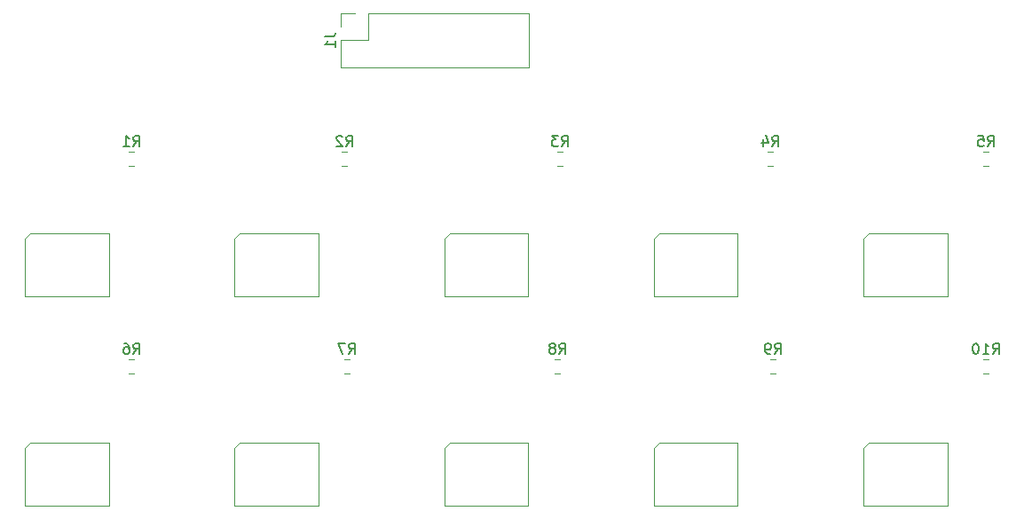
<source format=gbr>
G04 #@! TF.GenerationSoftware,KiCad,Pcbnew,(5.1.2)-2*
G04 #@! TF.CreationDate,2020-11-02T14:54:12+01:00*
G04 #@! TF.ProjectId,MacroBoard,4d616372-6f42-46f6-9172-642e6b696361,rev?*
G04 #@! TF.SameCoordinates,Original*
G04 #@! TF.FileFunction,Legend,Bot*
G04 #@! TF.FilePolarity,Positive*
%FSLAX46Y46*%
G04 Gerber Fmt 4.6, Leading zero omitted, Abs format (unit mm)*
G04 Created by KiCad (PCBNEW (5.1.2)-2) date 2020-11-02 14:54:12*
%MOMM*%
%LPD*%
G04 APERTURE LIST*
%ADD10C,0.120000*%
%ADD11C,0.150000*%
G04 APERTURE END LIST*
D10*
X108897000Y-86410000D02*
X108897000Y-87740000D01*
X110227000Y-86410000D02*
X108897000Y-86410000D01*
X108897000Y-89010000D02*
X108897000Y-91610000D01*
X111497000Y-89010000D02*
X108897000Y-89010000D01*
X111497000Y-86410000D02*
X111497000Y-89010000D01*
X108897000Y-91610000D02*
X126797000Y-91610000D01*
X111497000Y-86410000D02*
X126797000Y-86410000D01*
X126797000Y-86410000D02*
X126797000Y-91610000D01*
X166730000Y-127470000D02*
X166730000Y-133470000D01*
X166730000Y-133470000D02*
X158730000Y-133470000D01*
X158730000Y-133470000D02*
X158730000Y-127970000D01*
X159230000Y-127470000D02*
X166730000Y-127470000D01*
X159230000Y-127470000D02*
X158730000Y-127970000D01*
X146730000Y-127470000D02*
X146730000Y-133470000D01*
X146730000Y-133470000D02*
X138730000Y-133470000D01*
X138730000Y-133470000D02*
X138730000Y-127970000D01*
X139230000Y-127470000D02*
X146730000Y-127470000D01*
X139230000Y-127470000D02*
X138730000Y-127970000D01*
X126730000Y-127470000D02*
X126730000Y-133470000D01*
X126730000Y-133470000D02*
X118730000Y-133470000D01*
X118730000Y-133470000D02*
X118730000Y-127970000D01*
X119230000Y-127470000D02*
X126730000Y-127470000D01*
X119230000Y-127470000D02*
X118730000Y-127970000D01*
X106730000Y-127470000D02*
X106730000Y-133470000D01*
X106730000Y-133470000D02*
X98730000Y-133470000D01*
X98730000Y-133470000D02*
X98730000Y-127970000D01*
X99230000Y-127470000D02*
X106730000Y-127470000D01*
X99230000Y-127470000D02*
X98730000Y-127970000D01*
X86730000Y-127470000D02*
X86730000Y-133470000D01*
X86730000Y-133470000D02*
X78730000Y-133470000D01*
X78730000Y-133470000D02*
X78730000Y-127970000D01*
X79230000Y-127470000D02*
X86730000Y-127470000D01*
X79230000Y-127470000D02*
X78730000Y-127970000D01*
X166730000Y-107470000D02*
X166730000Y-113470000D01*
X166730000Y-113470000D02*
X158730000Y-113470000D01*
X158730000Y-113470000D02*
X158730000Y-107970000D01*
X159230000Y-107470000D02*
X166730000Y-107470000D01*
X159230000Y-107470000D02*
X158730000Y-107970000D01*
X146730000Y-107470000D02*
X146730000Y-113470000D01*
X146730000Y-113470000D02*
X138730000Y-113470000D01*
X138730000Y-113470000D02*
X138730000Y-107970000D01*
X139230000Y-107470000D02*
X146730000Y-107470000D01*
X139230000Y-107470000D02*
X138730000Y-107970000D01*
X126730000Y-107470000D02*
X126730000Y-113470000D01*
X126730000Y-113470000D02*
X118730000Y-113470000D01*
X118730000Y-113470000D02*
X118730000Y-107970000D01*
X119230000Y-107470000D02*
X126730000Y-107470000D01*
X119230000Y-107470000D02*
X118730000Y-107970000D01*
X106730000Y-107470000D02*
X106730000Y-113470000D01*
X106730000Y-113470000D02*
X98730000Y-113470000D01*
X98730000Y-113470000D02*
X98730000Y-107970000D01*
X99230000Y-107470000D02*
X106730000Y-107470000D01*
X99230000Y-107470000D02*
X98730000Y-107970000D01*
X86730000Y-107470000D02*
X86730000Y-113470000D01*
X86730000Y-113470000D02*
X78730000Y-113470000D01*
X78730000Y-113470000D02*
X78730000Y-107970000D01*
X79230000Y-107470000D02*
X86730000Y-107470000D01*
X79230000Y-107470000D02*
X78730000Y-107970000D01*
X109481252Y-99620000D02*
X108958748Y-99620000D01*
X109481252Y-101040000D02*
X108958748Y-101040000D01*
X170686252Y-119432000D02*
X170163748Y-119432000D01*
X170686252Y-120852000D02*
X170163748Y-120852000D01*
X150366252Y-119432000D02*
X149843748Y-119432000D01*
X150366252Y-120852000D02*
X149843748Y-120852000D01*
X129801252Y-119432000D02*
X129278748Y-119432000D01*
X129801252Y-120852000D02*
X129278748Y-120852000D01*
X109726252Y-119432000D02*
X109203748Y-119432000D01*
X109726252Y-120852000D02*
X109203748Y-120852000D01*
X89161252Y-119432000D02*
X88638748Y-119432000D01*
X89161252Y-120852000D02*
X88638748Y-120852000D01*
X170686252Y-99620000D02*
X170163748Y-99620000D01*
X170686252Y-101040000D02*
X170163748Y-101040000D01*
X150121252Y-99620000D02*
X149598748Y-99620000D01*
X150121252Y-101040000D02*
X149598748Y-101040000D01*
X130046252Y-99620000D02*
X129523748Y-99620000D01*
X130046252Y-101040000D02*
X129523748Y-101040000D01*
X89161252Y-99620000D02*
X88638748Y-99620000D01*
X89161252Y-101040000D02*
X88638748Y-101040000D01*
D11*
X107349380Y-88676666D02*
X108063666Y-88676666D01*
X108206523Y-88629047D01*
X108301761Y-88533809D01*
X108349380Y-88390952D01*
X108349380Y-88295714D01*
X108349380Y-89676666D02*
X108349380Y-89105238D01*
X108349380Y-89390952D02*
X107349380Y-89390952D01*
X107492238Y-89295714D01*
X107587476Y-89200476D01*
X107635095Y-89105238D01*
X109386666Y-99132380D02*
X109720000Y-98656190D01*
X109958095Y-99132380D02*
X109958095Y-98132380D01*
X109577142Y-98132380D01*
X109481904Y-98180000D01*
X109434285Y-98227619D01*
X109386666Y-98322857D01*
X109386666Y-98465714D01*
X109434285Y-98560952D01*
X109481904Y-98608571D01*
X109577142Y-98656190D01*
X109958095Y-98656190D01*
X109005714Y-98227619D02*
X108958095Y-98180000D01*
X108862857Y-98132380D01*
X108624761Y-98132380D01*
X108529523Y-98180000D01*
X108481904Y-98227619D01*
X108434285Y-98322857D01*
X108434285Y-98418095D01*
X108481904Y-98560952D01*
X109053333Y-99132380D01*
X108434285Y-99132380D01*
X171067857Y-118944380D02*
X171401190Y-118468190D01*
X171639285Y-118944380D02*
X171639285Y-117944380D01*
X171258333Y-117944380D01*
X171163095Y-117992000D01*
X171115476Y-118039619D01*
X171067857Y-118134857D01*
X171067857Y-118277714D01*
X171115476Y-118372952D01*
X171163095Y-118420571D01*
X171258333Y-118468190D01*
X171639285Y-118468190D01*
X170115476Y-118944380D02*
X170686904Y-118944380D01*
X170401190Y-118944380D02*
X170401190Y-117944380D01*
X170496428Y-118087238D01*
X170591666Y-118182476D01*
X170686904Y-118230095D01*
X169496428Y-117944380D02*
X169401190Y-117944380D01*
X169305952Y-117992000D01*
X169258333Y-118039619D01*
X169210714Y-118134857D01*
X169163095Y-118325333D01*
X169163095Y-118563428D01*
X169210714Y-118753904D01*
X169258333Y-118849142D01*
X169305952Y-118896761D01*
X169401190Y-118944380D01*
X169496428Y-118944380D01*
X169591666Y-118896761D01*
X169639285Y-118849142D01*
X169686904Y-118753904D01*
X169734523Y-118563428D01*
X169734523Y-118325333D01*
X169686904Y-118134857D01*
X169639285Y-118039619D01*
X169591666Y-117992000D01*
X169496428Y-117944380D01*
X150271666Y-118944380D02*
X150605000Y-118468190D01*
X150843095Y-118944380D02*
X150843095Y-117944380D01*
X150462142Y-117944380D01*
X150366904Y-117992000D01*
X150319285Y-118039619D01*
X150271666Y-118134857D01*
X150271666Y-118277714D01*
X150319285Y-118372952D01*
X150366904Y-118420571D01*
X150462142Y-118468190D01*
X150843095Y-118468190D01*
X149795476Y-118944380D02*
X149605000Y-118944380D01*
X149509761Y-118896761D01*
X149462142Y-118849142D01*
X149366904Y-118706285D01*
X149319285Y-118515809D01*
X149319285Y-118134857D01*
X149366904Y-118039619D01*
X149414523Y-117992000D01*
X149509761Y-117944380D01*
X149700238Y-117944380D01*
X149795476Y-117992000D01*
X149843095Y-118039619D01*
X149890714Y-118134857D01*
X149890714Y-118372952D01*
X149843095Y-118468190D01*
X149795476Y-118515809D01*
X149700238Y-118563428D01*
X149509761Y-118563428D01*
X149414523Y-118515809D01*
X149366904Y-118468190D01*
X149319285Y-118372952D01*
X129706666Y-118944380D02*
X130040000Y-118468190D01*
X130278095Y-118944380D02*
X130278095Y-117944380D01*
X129897142Y-117944380D01*
X129801904Y-117992000D01*
X129754285Y-118039619D01*
X129706666Y-118134857D01*
X129706666Y-118277714D01*
X129754285Y-118372952D01*
X129801904Y-118420571D01*
X129897142Y-118468190D01*
X130278095Y-118468190D01*
X129135238Y-118372952D02*
X129230476Y-118325333D01*
X129278095Y-118277714D01*
X129325714Y-118182476D01*
X129325714Y-118134857D01*
X129278095Y-118039619D01*
X129230476Y-117992000D01*
X129135238Y-117944380D01*
X128944761Y-117944380D01*
X128849523Y-117992000D01*
X128801904Y-118039619D01*
X128754285Y-118134857D01*
X128754285Y-118182476D01*
X128801904Y-118277714D01*
X128849523Y-118325333D01*
X128944761Y-118372952D01*
X129135238Y-118372952D01*
X129230476Y-118420571D01*
X129278095Y-118468190D01*
X129325714Y-118563428D01*
X129325714Y-118753904D01*
X129278095Y-118849142D01*
X129230476Y-118896761D01*
X129135238Y-118944380D01*
X128944761Y-118944380D01*
X128849523Y-118896761D01*
X128801904Y-118849142D01*
X128754285Y-118753904D01*
X128754285Y-118563428D01*
X128801904Y-118468190D01*
X128849523Y-118420571D01*
X128944761Y-118372952D01*
X109631666Y-118944380D02*
X109965000Y-118468190D01*
X110203095Y-118944380D02*
X110203095Y-117944380D01*
X109822142Y-117944380D01*
X109726904Y-117992000D01*
X109679285Y-118039619D01*
X109631666Y-118134857D01*
X109631666Y-118277714D01*
X109679285Y-118372952D01*
X109726904Y-118420571D01*
X109822142Y-118468190D01*
X110203095Y-118468190D01*
X109298333Y-117944380D02*
X108631666Y-117944380D01*
X109060238Y-118944380D01*
X89066666Y-118944380D02*
X89400000Y-118468190D01*
X89638095Y-118944380D02*
X89638095Y-117944380D01*
X89257142Y-117944380D01*
X89161904Y-117992000D01*
X89114285Y-118039619D01*
X89066666Y-118134857D01*
X89066666Y-118277714D01*
X89114285Y-118372952D01*
X89161904Y-118420571D01*
X89257142Y-118468190D01*
X89638095Y-118468190D01*
X88209523Y-117944380D02*
X88400000Y-117944380D01*
X88495238Y-117992000D01*
X88542857Y-118039619D01*
X88638095Y-118182476D01*
X88685714Y-118372952D01*
X88685714Y-118753904D01*
X88638095Y-118849142D01*
X88590476Y-118896761D01*
X88495238Y-118944380D01*
X88304761Y-118944380D01*
X88209523Y-118896761D01*
X88161904Y-118849142D01*
X88114285Y-118753904D01*
X88114285Y-118515809D01*
X88161904Y-118420571D01*
X88209523Y-118372952D01*
X88304761Y-118325333D01*
X88495238Y-118325333D01*
X88590476Y-118372952D01*
X88638095Y-118420571D01*
X88685714Y-118515809D01*
X170591666Y-99132380D02*
X170925000Y-98656190D01*
X171163095Y-99132380D02*
X171163095Y-98132380D01*
X170782142Y-98132380D01*
X170686904Y-98180000D01*
X170639285Y-98227619D01*
X170591666Y-98322857D01*
X170591666Y-98465714D01*
X170639285Y-98560952D01*
X170686904Y-98608571D01*
X170782142Y-98656190D01*
X171163095Y-98656190D01*
X169686904Y-98132380D02*
X170163095Y-98132380D01*
X170210714Y-98608571D01*
X170163095Y-98560952D01*
X170067857Y-98513333D01*
X169829761Y-98513333D01*
X169734523Y-98560952D01*
X169686904Y-98608571D01*
X169639285Y-98703809D01*
X169639285Y-98941904D01*
X169686904Y-99037142D01*
X169734523Y-99084761D01*
X169829761Y-99132380D01*
X170067857Y-99132380D01*
X170163095Y-99084761D01*
X170210714Y-99037142D01*
X150026666Y-99132380D02*
X150360000Y-98656190D01*
X150598095Y-99132380D02*
X150598095Y-98132380D01*
X150217142Y-98132380D01*
X150121904Y-98180000D01*
X150074285Y-98227619D01*
X150026666Y-98322857D01*
X150026666Y-98465714D01*
X150074285Y-98560952D01*
X150121904Y-98608571D01*
X150217142Y-98656190D01*
X150598095Y-98656190D01*
X149169523Y-98465714D02*
X149169523Y-99132380D01*
X149407619Y-98084761D02*
X149645714Y-98799047D01*
X149026666Y-98799047D01*
X129951666Y-99132380D02*
X130285000Y-98656190D01*
X130523095Y-99132380D02*
X130523095Y-98132380D01*
X130142142Y-98132380D01*
X130046904Y-98180000D01*
X129999285Y-98227619D01*
X129951666Y-98322857D01*
X129951666Y-98465714D01*
X129999285Y-98560952D01*
X130046904Y-98608571D01*
X130142142Y-98656190D01*
X130523095Y-98656190D01*
X129618333Y-98132380D02*
X128999285Y-98132380D01*
X129332619Y-98513333D01*
X129189761Y-98513333D01*
X129094523Y-98560952D01*
X129046904Y-98608571D01*
X128999285Y-98703809D01*
X128999285Y-98941904D01*
X129046904Y-99037142D01*
X129094523Y-99084761D01*
X129189761Y-99132380D01*
X129475476Y-99132380D01*
X129570714Y-99084761D01*
X129618333Y-99037142D01*
X89066666Y-99132380D02*
X89400000Y-98656190D01*
X89638095Y-99132380D02*
X89638095Y-98132380D01*
X89257142Y-98132380D01*
X89161904Y-98180000D01*
X89114285Y-98227619D01*
X89066666Y-98322857D01*
X89066666Y-98465714D01*
X89114285Y-98560952D01*
X89161904Y-98608571D01*
X89257142Y-98656190D01*
X89638095Y-98656190D01*
X88114285Y-99132380D02*
X88685714Y-99132380D01*
X88400000Y-99132380D02*
X88400000Y-98132380D01*
X88495238Y-98275238D01*
X88590476Y-98370476D01*
X88685714Y-98418095D01*
M02*

</source>
